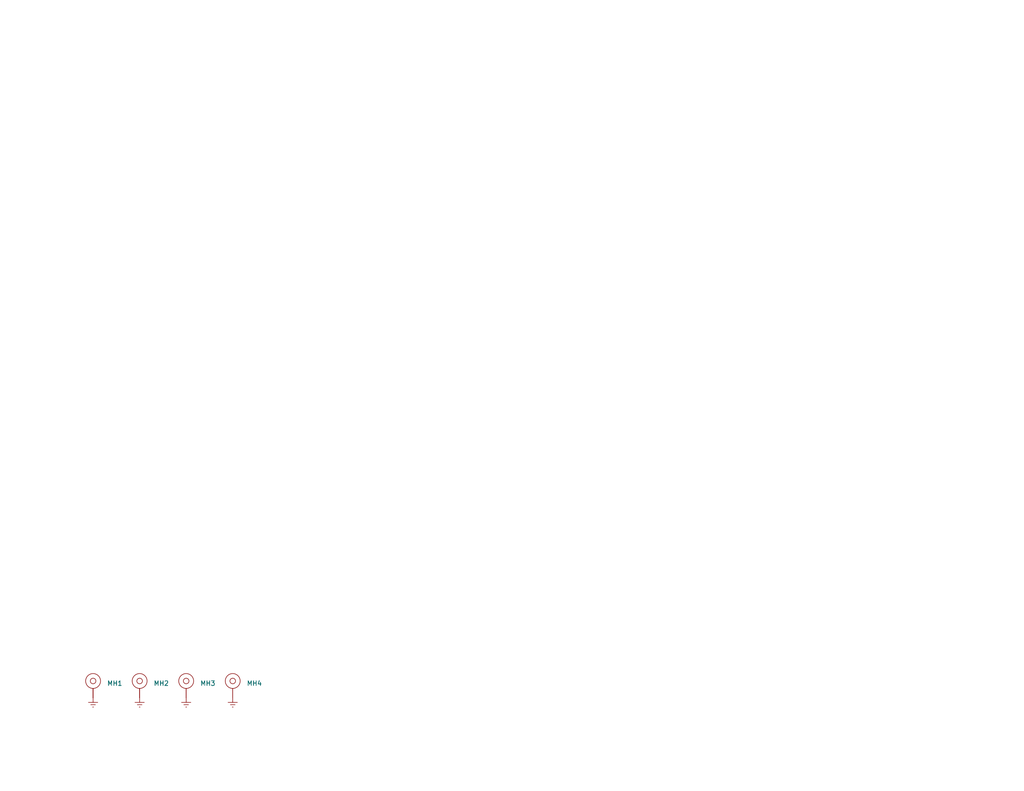
<source format=kicad_sch>
(kicad_sch (version 20230121) (generator eeschema)
  (paper "A")
  (title_block (title "${PROJECT_NAME}") (rev "${PCB_REVISION}") (company "BRENDANHAINES.COM"))
  (lib_symbols
    (symbol "bh:GND" (power) (pin_names (offset 0))
      (symbol "GND_0_1"
        (polyline (pts (xy -0.635 -1.905) (xy 0.635 -1.905)))
        (polyline (pts (xy -0.127 -2.54) (xy 0.127 -2.54)))
        (polyline (pts (xy 0 -1.27) (xy 0 0)))
        (polyline (pts (xy 1.27 -1.27) (xy -1.27 -1.27)))
      )
      (symbol "GND_1_1"
        (pin power_in line (at 0 0 90) (length 0) hide (name "GND") (number "1"))
      )
    )
    (symbol "bh:Mounting_Hole" (pin_numbers hide) (pin_names (offset 0.762) hide)
      (property "Reference" "MH" (at 0 7.62 0))
      (symbol "Mounting_Hole_0_1"
        (circle (center 0 4.572) (radius 0.762))
        (circle (center 0 4.572) (radius 2.032))
      )
      (symbol "Mounting_Hole_1_1"
        (pin passive line (at 0 0 90) (length 2.54) (name "1") (number "1"))
      )
    )
  )
  (symbol (lib_id "bh:Mounting_Hole") (at 63.5 190.5 0) (unit 1)
    (property "Reference" "MH4" (at 67.31 186.563 0) (effects (justify left)))
    (property "Value" "Mounting_Hole" (effects hide))
    (property "Footprint" "common:MH120X230_#4" (effects hide))
  )
  (symbol (lib_id "bh:GND") (at 38.1 190.5 0) (unit 1)
    (property "Reference" "#PWR02" (effects hide))
    (property "Value" "GND" (effects hide))
  )
  (symbol (lib_id "bh:GND") (at 25.4 190.5 0) (unit 1)
    (property "Reference" "#PWR01" (effects hide))
    (property "Value" "GND" (effects hide))
  )
  (symbol (lib_id "bh:Mounting_Hole") (at 50.8 190.5 0) (unit 1)
    (property "Reference" "MH3" (at 54.61 186.563 0) (effects (justify left)))
    (property "Value" "Mounting_Hole" (effects hide))
    (property "Footprint" "common:MH120X230_#4" (effects hide))
  )
  (symbol (lib_id "bh:Mounting_Hole") (at 25.4 190.5 0) (unit 1)
    (property "Reference" "MH1" (at 29.21 186.563 0) (effects (justify left)))
    (property "Value" "Mounting_Hole" (effects hide))
    (property "Footprint" "common:MH120X230_#4" (effects hide))
  )
  (symbol (lib_id "bh:GND") (at 63.5 190.5 0) (unit 1)
    (property "Reference" "#PWR04" (effects hide))
    (property "Value" "GND" (effects hide))
  )
  (symbol (lib_id "bh:GND") (at 50.8 190.5 0) (unit 1)
    (property "Reference" "#PWR03" (effects hide))
    (property "Value" "GND" (effects hide))
  )
  (symbol (lib_id "bh:Mounting_Hole") (at 38.1 190.5 0) (unit 1)
    (property "Reference" "MH2" (at 41.91 186.563 0) (effects (justify left)))
    (property "Value" "Mounting_Hole" (effects hide))
    (property "Footprint" "common:MH120X230_#4" (effects hide))
  )
)
</source>
